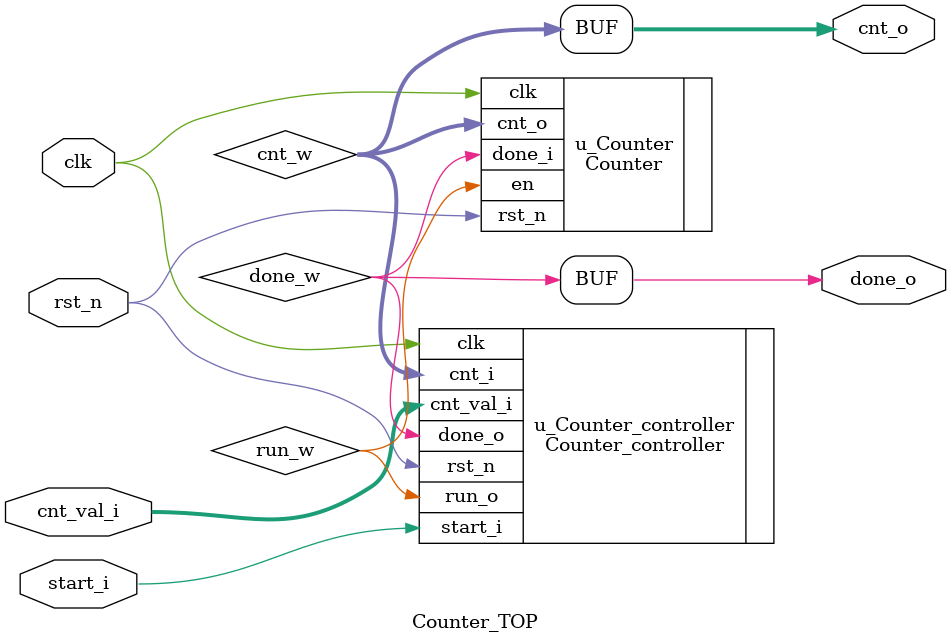
<source format=v>
module Counter_TOP #(
    parameter CNT_WIDTH = 7
    )
    (
    input clk,
    input rst_n,
    input start_i,
    input [CNT_WIDTH-1:0] cnt_val_i,
    
    output [CNT_WIDTH-1:0] cnt_o,
    output done_o
    );

    // wire for linking counter & counter_fsm
    wire run_w, done_w;
    wire [CNT_WIDTH - 1:0] cnt_w;
    
    // Counter inst
    Counter#(
        .CNT_WIDTH ( CNT_WIDTH )
    )u_Counter(
        .clk   ( clk   ),
        .rst_n ( rst_n ),
        .en    ( run_w ),
        .done_i(done_w ),
        .cnt_o ( cnt_w )
    );

    // fsm inst
    Counter_controller#(
        .CNT_WIDTH ( CNT_WIDTH )
    )u_Counter_controller(
        .clk       ( clk       ),
        .rst_n     ( rst_n     ),
        .start_i   ( start_i   ),
        .cnt_val_i ( cnt_val_i ),
        .cnt_i     ( cnt_w     ),
        .run_o     ( run_w     ),
        .done_o    ( done_w    )
    );

    // output logic
    assign cnt_o = cnt_w;
    assign done_o = done_w; 

endmodule
</source>
